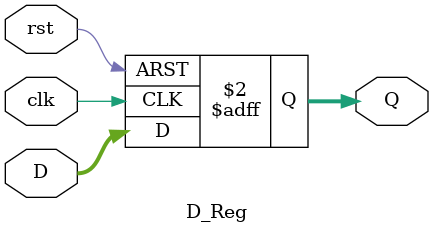
<source format=v>
`timescale 1ns / 1ps
`define X_LEN 32

module D_Reg(
input rst,
input clk,
input [`X_LEN-1:0] D,
output reg[`X_LEN-1:0] Q
);

always @(posedge rst or posedge clk)
begin
	if(rst)
	Q<=`X_LEN'b0;
	else
	Q<=D;
end
endmodule

</source>
